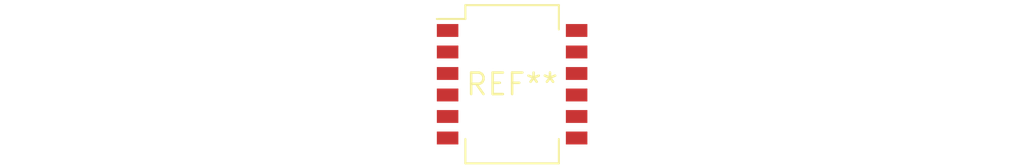
<source format=kicad_pcb>
(kicad_pcb (version 20240108) (generator pcbnew)
  (layers (0 "F.Cu" signal) (31 "B.Cu" signal) (34 "B.Paste" user) (35 "F.Paste" user) (36 "B.SilkS" user "B.Silkscreen") (37 "F.SilkS" user "F.Silkscreen") (38 "B.Mask" user) (39 "F.Mask" user) (44 "Edge.Cuts" user))
  (net 0 "")
  (footprint "SW_DIP_SPSTx06_Slide_KingTek_DSHP06TS_W7.62mm_P1.27mm" (layer "F.Cu") (at 0 0)
    (property "Reference" "REF**")
    (property "Value" "SW_DIP_SPSTx06_Slide_KingTek_DSHP06TS_W7.62mm_P1.27mm")
    (fp_line (start -4.446 -3.855) (end -2.76 -3.855) (layer "F.SilkS") (stroke (width 0.12)))
    (fp_line (start -2.76 -4.671) (end -2.76 -3.855) (layer "F.SilkS") (stroke (width 0.12)))
    (fp_line (start -2.76 -4.671) (end 2.76 -4.671) (layer "F.SilkS") (stroke (width 0.12)))
    (fp_line (start -2.76 3.235) (end -2.76 4.67) (layer "F.SilkS") (stroke (width 0.12)))
    (fp_line (start -2.76 4.67) (end 2.76 4.67) (layer "F.SilkS") (stroke (width 0.12)))
    (fp_line (start 2.76 -4.671) (end 2.76 -3.236) (layer "F.SilkS") (stroke (width 0.12)))
    (fp_line (start 2.76 3.235) (end 2.76 4.67) (layer "F.SilkS") (stroke (width 0.12)))
    (pad "1" smd rect (at -3.81 -3.175) (size 1.27 0.76) (layers "F.Cu" "F.Paste" "F.Mask"))
    (pad "2" smd rect (at -3.81 -1.905) (size 1.27 0.76) (layers "F.Cu" "F.Paste" "F.Mask"))
    (pad "3" smd rect (at -3.81 -0.635) (size 1.27 0.76) (layers "F.Cu" "F.Paste" "F.Mask"))
    (pad "4" smd rect (at -3.81 0.635) (size 1.27 0.76) (layers "F.Cu" "F.Paste" "F.Mask"))
    (pad "5" smd rect (at -3.81 1.905) (size 1.27 0.76) (layers "F.Cu" "F.Paste" "F.Mask"))
    (pad "6" smd rect (at -3.81 3.175) (size 1.27 0.76) (layers "F.Cu" "F.Paste" "F.Mask"))
    (pad "7" smd rect (at 3.81 3.175) (size 1.27 0.76) (layers "F.Cu" "F.Paste" "F.Mask"))
    (pad "8" smd rect (at 3.81 1.905) (size 1.27 0.76) (layers "F.Cu" "F.Paste" "F.Mask"))
    (pad "9" smd rect (at 3.81 0.635) (size 1.27 0.76) (layers "F.Cu" "F.Paste" "F.Mask"))
    (pad "10" smd rect (at 3.81 -0.635) (size 1.27 0.76) (layers "F.Cu" "F.Paste" "F.Mask"))
    (pad "11" smd rect (at 3.81 -1.905) (size 1.27 0.76) (layers "F.Cu" "F.Paste" "F.Mask"))
    (pad "12" smd rect (at 3.81 -3.175) (size 1.27 0.76) (layers "F.Cu" "F.Paste" "F.Mask"))
  )
)
</source>
